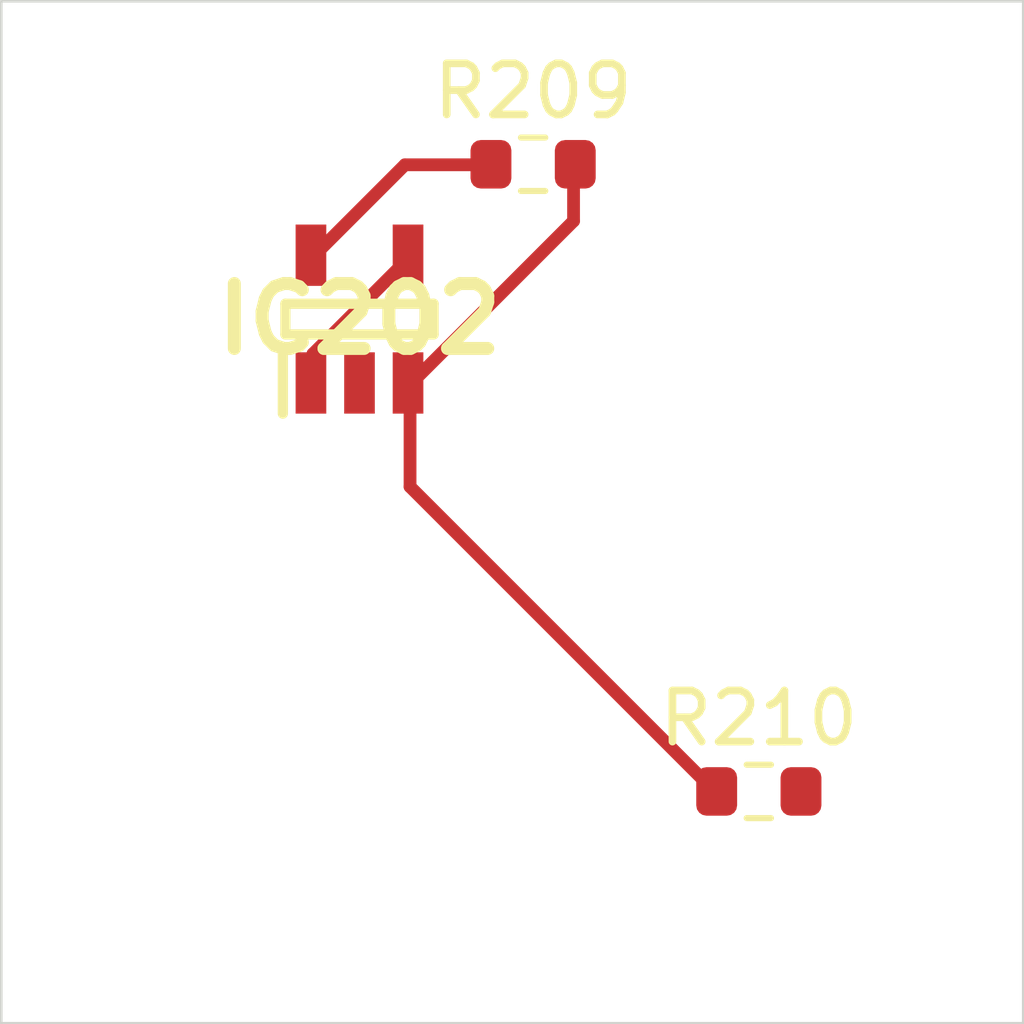
<source format=kicad_pcb>
 ( kicad_pcb  ( version 20171130 )
 ( host pcbnew 5.1.12-84ad8e8a86~92~ubuntu18.04.1 )
 ( general  ( thickness 1.6 )
 ( drawings 4 )
 ( tracks 0 )
 ( zones 0 )
 ( modules 3 )
 ( nets 5 )
)
 ( page A4 )
 ( layers  ( 0 F.Cu signal )
 ( 31 B.Cu signal )
 ( 32 B.Adhes user )
 ( 33 F.Adhes user )
 ( 34 B.Paste user )
 ( 35 F.Paste user )
 ( 36 B.SilkS user )
 ( 37 F.SilkS user )
 ( 38 B.Mask user )
 ( 39 F.Mask user )
 ( 40 Dwgs.User user )
 ( 41 Cmts.User user )
 ( 42 Eco1.User user )
 ( 43 Eco2.User user )
 ( 44 Edge.Cuts user )
 ( 45 Margin user )
 ( 46 B.CrtYd user )
 ( 47 F.CrtYd user )
 ( 48 B.Fab user )
 ( 49 F.Fab user )
)
 ( setup  ( last_trace_width 0.25 )
 ( trace_clearance 0.2 )
 ( zone_clearance 0.508 )
 ( zone_45_only no )
 ( trace_min 0.2 )
 ( via_size 0.8 )
 ( via_drill 0.4 )
 ( via_min_size 0.4 )
 ( via_min_drill 0.3 )
 ( uvia_size 0.3 )
 ( uvia_drill 0.1 )
 ( uvias_allowed no )
 ( uvia_min_size 0.2 )
 ( uvia_min_drill 0.1 )
 ( edge_width 0.05 )
 ( segment_width 0.2 )
 ( pcb_text_width 0.3 )
 ( pcb_text_size 1.5 1.5 )
 ( mod_edge_width 0.12 )
 ( mod_text_size 1 1 )
 ( mod_text_width 0.15 )
 ( pad_size 1.524 1.524 )
 ( pad_drill 0.762 )
 ( pad_to_mask_clearance 0 )
 ( aux_axis_origin 0 0 )
 ( visible_elements FFFFFF7F )
 ( pcbplotparams  ( layerselection 0x010fc_ffffffff )
 ( usegerberextensions false )
 ( usegerberattributes true )
 ( usegerberadvancedattributes true )
 ( creategerberjobfile true )
 ( excludeedgelayer true )
 ( linewidth 0.100000 )
 ( plotframeref false )
 ( viasonmask false )
 ( mode 1 )
 ( useauxorigin false )
 ( hpglpennumber 1 )
 ( hpglpenspeed 20 )
 ( hpglpendiameter 15.000000 )
 ( psnegative false )
 ( psa4output false )
 ( plotreference true )
 ( plotvalue true )
 ( plotinvisibletext false )
 ( padsonsilk false )
 ( subtractmaskfromsilk false )
 ( outputformat 1 )
 ( mirror false )
 ( drillshape 1 )
 ( scaleselection 1 )
 ( outputdirectory "" )
)
)
 ( net 0 "" )
 ( net 1 GND )
 ( net 2 VDDA )
 ( net 3 /Sheet6235D886/vp )
 ( net 4 "Net-(IC202-Pad3)" )
 ( net_class Default "This is the default net class."  ( clearance 0.2 )
 ( trace_width 0.25 )
 ( via_dia 0.8 )
 ( via_drill 0.4 )
 ( uvia_dia 0.3 )
 ( uvia_drill 0.1 )
 ( add_net /Sheet6235D886/vp )
 ( add_net GND )
 ( add_net "Net-(IC202-Pad3)" )
 ( add_net VDDA )
)
 ( module SOT95P280X145-5N locked  ( layer F.Cu )
 ( tedit 62336ED7 )
 ( tstamp 623423ED )
 ( at 87.010600 106.220000 90.000000 )
 ( descr DBV0005A )
 ( tags "Integrated Circuit" )
 ( path /6235D887/6266C08E )
 ( attr smd )
 ( fp_text reference IC202  ( at 0 0 )
 ( layer F.SilkS )
 ( effects  ( font  ( size 1.27 1.27 )
 ( thickness 0.254 )
)
)
)
 ( fp_text value TL071HIDBVR  ( at 0 0 )
 ( layer F.SilkS )
hide  ( effects  ( font  ( size 1.27 1.27 )
 ( thickness 0.254 )
)
)
)
 ( fp_line  ( start -1.85 -1.5 )
 ( end -0.65 -1.5 )
 ( layer F.SilkS )
 ( width 0.2 )
)
 ( fp_line  ( start -0.3 1.45 )
 ( end -0.3 -1.45 )
 ( layer F.SilkS )
 ( width 0.2 )
)
 ( fp_line  ( start 0.3 1.45 )
 ( end -0.3 1.45 )
 ( layer F.SilkS )
 ( width 0.2 )
)
 ( fp_line  ( start 0.3 -1.45 )
 ( end 0.3 1.45 )
 ( layer F.SilkS )
 ( width 0.2 )
)
 ( fp_line  ( start -0.3 -1.45 )
 ( end 0.3 -1.45 )
 ( layer F.SilkS )
 ( width 0.2 )
)
 ( fp_line  ( start -0.8 -0.5 )
 ( end 0.15 -1.45 )
 ( layer Dwgs.User )
 ( width 0.1 )
)
 ( fp_line  ( start -0.8 1.45 )
 ( end -0.8 -1.45 )
 ( layer Dwgs.User )
 ( width 0.1 )
)
 ( fp_line  ( start 0.8 1.45 )
 ( end -0.8 1.45 )
 ( layer Dwgs.User )
 ( width 0.1 )
)
 ( fp_line  ( start 0.8 -1.45 )
 ( end 0.8 1.45 )
 ( layer Dwgs.User )
 ( width 0.1 )
)
 ( fp_line  ( start -0.8 -1.45 )
 ( end 0.8 -1.45 )
 ( layer Dwgs.User )
 ( width 0.1 )
)
 ( fp_line  ( start -2.1 1.775 )
 ( end -2.1 -1.775 )
 ( layer Dwgs.User )
 ( width 0.05 )
)
 ( fp_line  ( start 2.1 1.775 )
 ( end -2.1 1.775 )
 ( layer Dwgs.User )
 ( width 0.05 )
)
 ( fp_line  ( start 2.1 -1.775 )
 ( end 2.1 1.775 )
 ( layer Dwgs.User )
 ( width 0.05 )
)
 ( fp_line  ( start -2.1 -1.775 )
 ( end 2.1 -1.775 )
 ( layer Dwgs.User )
 ( width 0.05 )
)
 ( pad 1 smd rect  ( at -1.25 -0.95 180.000000 )
 ( size 0.6 1.2 )
 ( layers F.Cu F.Mask F.Paste )
 ( net 3 /Sheet6235D886/vp )
)
 ( pad 2 smd rect  ( at -1.25 0 180.000000 )
 ( size 0.6 1.2 )
 ( layers F.Cu F.Mask F.Paste )
 ( net 1 GND )
)
 ( pad 3 smd rect  ( at -1.25 0.95 180.000000 )
 ( size 0.6 1.2 )
 ( layers F.Cu F.Mask F.Paste )
 ( net 4 "Net-(IC202-Pad3)" )
)
 ( pad 4 smd rect  ( at 1.25 0.95 180.000000 )
 ( size 0.6 1.2 )
 ( layers F.Cu F.Mask F.Paste )
 ( net 3 /Sheet6235D886/vp )
)
 ( pad 5 smd rect  ( at 1.25 -0.95 180.000000 )
 ( size 0.6 1.2 )
 ( layers F.Cu F.Mask F.Paste )
 ( net 2 VDDA )
)
)
 ( module Resistor_SMD:R_0603_1608Metric  ( layer F.Cu )
 ( tedit 5F68FEEE )
 ( tstamp 62342595 )
 ( at 90.408400 103.190000 )
 ( descr "Resistor SMD 0603 (1608 Metric), square (rectangular) end terminal, IPC_7351 nominal, (Body size source: IPC-SM-782 page 72, https://www.pcb-3d.com/wordpress/wp-content/uploads/ipc-sm-782a_amendment_1_and_2.pdf), generated with kicad-footprint-generator" )
 ( tags resistor )
 ( path /6235D887/623CDBD9 )
 ( attr smd )
 ( fp_text reference R209  ( at 0 -1.43 )
 ( layer F.SilkS )
 ( effects  ( font  ( size 1 1 )
 ( thickness 0.15 )
)
)
)
 ( fp_text value 100k  ( at 0 1.43 )
 ( layer F.Fab )
 ( effects  ( font  ( size 1 1 )
 ( thickness 0.15 )
)
)
)
 ( fp_line  ( start -0.8 0.4125 )
 ( end -0.8 -0.4125 )
 ( layer F.Fab )
 ( width 0.1 )
)
 ( fp_line  ( start -0.8 -0.4125 )
 ( end 0.8 -0.4125 )
 ( layer F.Fab )
 ( width 0.1 )
)
 ( fp_line  ( start 0.8 -0.4125 )
 ( end 0.8 0.4125 )
 ( layer F.Fab )
 ( width 0.1 )
)
 ( fp_line  ( start 0.8 0.4125 )
 ( end -0.8 0.4125 )
 ( layer F.Fab )
 ( width 0.1 )
)
 ( fp_line  ( start -0.237258 -0.5225 )
 ( end 0.237258 -0.5225 )
 ( layer F.SilkS )
 ( width 0.12 )
)
 ( fp_line  ( start -0.237258 0.5225 )
 ( end 0.237258 0.5225 )
 ( layer F.SilkS )
 ( width 0.12 )
)
 ( fp_line  ( start -1.48 0.73 )
 ( end -1.48 -0.73 )
 ( layer F.CrtYd )
 ( width 0.05 )
)
 ( fp_line  ( start -1.48 -0.73 )
 ( end 1.48 -0.73 )
 ( layer F.CrtYd )
 ( width 0.05 )
)
 ( fp_line  ( start 1.48 -0.73 )
 ( end 1.48 0.73 )
 ( layer F.CrtYd )
 ( width 0.05 )
)
 ( fp_line  ( start 1.48 0.73 )
 ( end -1.48 0.73 )
 ( layer F.CrtYd )
 ( width 0.05 )
)
 ( fp_text user %R  ( at 0 0 )
 ( layer F.Fab )
 ( effects  ( font  ( size 0.4 0.4 )
 ( thickness 0.06 )
)
)
)
 ( pad 1 smd roundrect  ( at -0.825 0 )
 ( size 0.8 0.95 )
 ( layers F.Cu F.Mask F.Paste )
 ( roundrect_rratio 0.25 )
 ( net 2 VDDA )
)
 ( pad 2 smd roundrect  ( at 0.825 0 )
 ( size 0.8 0.95 )
 ( layers F.Cu F.Mask F.Paste )
 ( roundrect_rratio 0.25 )
 ( net 4 "Net-(IC202-Pad3)" )
)
 ( model ${KISYS3DMOD}/Resistor_SMD.3dshapes/R_0603_1608Metric.wrl  ( at  ( xyz 0 0 0 )
)
 ( scale  ( xyz 1 1 1 )
)
 ( rotate  ( xyz 0 0 0 )
)
)
)
 ( module Resistor_SMD:R_0603_1608Metric  ( layer F.Cu )
 ( tedit 5F68FEEE )
 ( tstamp 623425A6 )
 ( at 94.826100 115.464000 )
 ( descr "Resistor SMD 0603 (1608 Metric), square (rectangular) end terminal, IPC_7351 nominal, (Body size source: IPC-SM-782 page 72, https://www.pcb-3d.com/wordpress/wp-content/uploads/ipc-sm-782a_amendment_1_and_2.pdf), generated with kicad-footprint-generator" )
 ( tags resistor )
 ( path /6235D887/623CDBDF )
 ( attr smd )
 ( fp_text reference R210  ( at 0 -1.43 )
 ( layer F.SilkS )
 ( effects  ( font  ( size 1 1 )
 ( thickness 0.15 )
)
)
)
 ( fp_text value 100k  ( at 0 1.43 )
 ( layer F.Fab )
 ( effects  ( font  ( size 1 1 )
 ( thickness 0.15 )
)
)
)
 ( fp_line  ( start 1.48 0.73 )
 ( end -1.48 0.73 )
 ( layer F.CrtYd )
 ( width 0.05 )
)
 ( fp_line  ( start 1.48 -0.73 )
 ( end 1.48 0.73 )
 ( layer F.CrtYd )
 ( width 0.05 )
)
 ( fp_line  ( start -1.48 -0.73 )
 ( end 1.48 -0.73 )
 ( layer F.CrtYd )
 ( width 0.05 )
)
 ( fp_line  ( start -1.48 0.73 )
 ( end -1.48 -0.73 )
 ( layer F.CrtYd )
 ( width 0.05 )
)
 ( fp_line  ( start -0.237258 0.5225 )
 ( end 0.237258 0.5225 )
 ( layer F.SilkS )
 ( width 0.12 )
)
 ( fp_line  ( start -0.237258 -0.5225 )
 ( end 0.237258 -0.5225 )
 ( layer F.SilkS )
 ( width 0.12 )
)
 ( fp_line  ( start 0.8 0.4125 )
 ( end -0.8 0.4125 )
 ( layer F.Fab )
 ( width 0.1 )
)
 ( fp_line  ( start 0.8 -0.4125 )
 ( end 0.8 0.4125 )
 ( layer F.Fab )
 ( width 0.1 )
)
 ( fp_line  ( start -0.8 -0.4125 )
 ( end 0.8 -0.4125 )
 ( layer F.Fab )
 ( width 0.1 )
)
 ( fp_line  ( start -0.8 0.4125 )
 ( end -0.8 -0.4125 )
 ( layer F.Fab )
 ( width 0.1 )
)
 ( fp_text user %R  ( at 0 0 )
 ( layer F.Fab )
 ( effects  ( font  ( size 0.4 0.4 )
 ( thickness 0.06 )
)
)
)
 ( pad 2 smd roundrect  ( at 0.825 0 )
 ( size 0.8 0.95 )
 ( layers F.Cu F.Mask F.Paste )
 ( roundrect_rratio 0.25 )
 ( net 1 GND )
)
 ( pad 1 smd roundrect  ( at -0.825 0 )
 ( size 0.8 0.95 )
 ( layers F.Cu F.Mask F.Paste )
 ( roundrect_rratio 0.25 )
 ( net 4 "Net-(IC202-Pad3)" )
)
 ( model ${KISYS3DMOD}/Resistor_SMD.3dshapes/R_0603_1608Metric.wrl  ( at  ( xyz 0 0 0 )
)
 ( scale  ( xyz 1 1 1 )
)
 ( rotate  ( xyz 0 0 0 )
)
)
)
 ( gr_line  ( start 100 100 )
 ( end 100 120 )
 ( layer Edge.Cuts )
 ( width 0.05 )
 ( tstamp 62E770C4 )
)
 ( gr_line  ( start 80 120 )
 ( end 100 120 )
 ( layer Edge.Cuts )
 ( width 0.05 )
 ( tstamp 62E770C0 )
)
 ( gr_line  ( start 80 100 )
 ( end 100 100 )
 ( layer Edge.Cuts )
 ( width 0.05 )
 ( tstamp 6234110C )
)
 ( gr_line  ( start 80 100 )
 ( end 80 120 )
 ( layer Edge.Cuts )
 ( width 0.05 )
)
 ( segment  ( start 89.600001 103.200002 )
 ( end 87.900001 103.200002 )
 ( width 0.250000 )
 ( layer F.Cu )
 ( net 2 )
)
 ( segment  ( start 87.900001 103.200002 )
 ( end 86.100001 105.000002 )
 ( width 0.250000 )
 ( layer F.Cu )
 ( net 2 )
)
 ( segment  ( start 88.000001 105.000002 )
 ( end 86.100001 106.900002 )
 ( width 0.250000 )
 ( layer F.Cu )
 ( net 3 )
)
 ( segment  ( start 86.100001 106.900002 )
 ( end 86.100001 107.500002 )
 ( width 0.250000 )
 ( layer F.Cu )
 ( net 3 )
)
 ( segment  ( start 91.200001 103.200002 )
 ( end 91.200001 104.300002 )
 ( width 0.250000 )
 ( layer F.Cu )
 ( net 4 )
)
 ( segment  ( start 91.200001 104.300002 )
 ( end 88.000001 107.500002 )
 ( width 0.250000 )
 ( layer F.Cu )
 ( net 4 )
)
 ( segment  ( start 94.000001 115.500002 )
 ( end 88.000001 109.500002 )
 ( width 0.250000 )
 ( layer F.Cu )
 ( net 4 )
)
 ( segment  ( start 88.000001 109.500002 )
 ( end 88.000001 107.500002 )
 ( width 0.250000 )
 ( layer F.Cu )
 ( net 4 )
)
)

</source>
